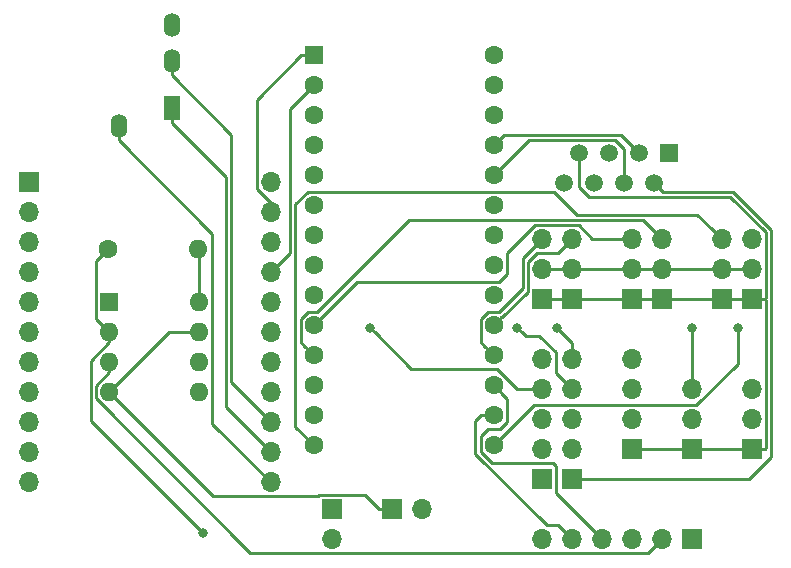
<source format=gbr>
G04 #@! TF.GenerationSoftware,KiCad,Pcbnew,(5.1.2)-2*
G04 #@! TF.CreationDate,2020-01-12T12:19:39-06:00*
G04 #@! TF.ProjectId,ControlBoardT4,436f6e74-726f-46c4-926f-61726454342e,rev?*
G04 #@! TF.SameCoordinates,Original*
G04 #@! TF.FileFunction,Copper,L2,Bot*
G04 #@! TF.FilePolarity,Positive*
%FSLAX46Y46*%
G04 Gerber Fmt 4.6, Leading zero omitted, Abs format (unit mm)*
G04 Created by KiCad (PCBNEW (5.1.2)-2) date 2020-01-12 12:19:39*
%MOMM*%
%LPD*%
G04 APERTURE LIST*
%ADD10O,1.400000X2.000000*%
%ADD11R,1.400000X2.000000*%
%ADD12O,1.700000X1.700000*%
%ADD13R,1.700000X1.700000*%
%ADD14C,1.600000*%
%ADD15R,1.600000X1.600000*%
%ADD16R,1.500000X1.500000*%
%ADD17C,1.500000*%
%ADD18O,1.600000X1.600000*%
%ADD19C,0.800000*%
%ADD20C,0.250000*%
G04 APERTURE END LIST*
D10*
X118808500Y-81573500D03*
D11*
X123308500Y-80073500D03*
D10*
X123308500Y-76073500D03*
X123308500Y-73073500D03*
D12*
X131688500Y-111760000D03*
X111188500Y-111760000D03*
X131688500Y-109220000D03*
X111188500Y-109220000D03*
X131688500Y-106680000D03*
X111188500Y-106680000D03*
X131688500Y-104140000D03*
X111188500Y-104140000D03*
X131688500Y-101600000D03*
X111188500Y-101600000D03*
X131688500Y-99060000D03*
X111188500Y-99060000D03*
X131688500Y-96520000D03*
X111188500Y-96520000D03*
X131688500Y-93980000D03*
X111188500Y-93980000D03*
X131688500Y-91440000D03*
X111188500Y-91440000D03*
X131688500Y-88900000D03*
X111188500Y-88900000D03*
X131688500Y-86360000D03*
D13*
X111188500Y-86360000D03*
D12*
X172402500Y-103886000D03*
X172402500Y-106426000D03*
D13*
X172402500Y-108966000D03*
D14*
X135318500Y-108648500D03*
X135318500Y-106108500D03*
X135318500Y-103568500D03*
X135318500Y-101028500D03*
X135318500Y-98488500D03*
X135318500Y-95948500D03*
X135318500Y-93408500D03*
X135318500Y-90868500D03*
X135318500Y-88328500D03*
X135318500Y-85788500D03*
X135318500Y-83248500D03*
X135318500Y-80708500D03*
X135318500Y-78168500D03*
D15*
X135318500Y-75628500D03*
D14*
X150558500Y-108648500D03*
X150558500Y-106108500D03*
X150558500Y-103568500D03*
X150558500Y-101028500D03*
X150558500Y-98488500D03*
X150558500Y-95948500D03*
X150558500Y-93408500D03*
X150558500Y-90868500D03*
X150558500Y-88328500D03*
X150558500Y-85788500D03*
X150558500Y-83248500D03*
X150558500Y-80708500D03*
X150558500Y-78168500D03*
X150558500Y-75628500D03*
D13*
X167322500Y-116586000D03*
D12*
X164782500Y-116586000D03*
X162242500Y-116586000D03*
X159702500Y-116586000D03*
X157162500Y-116586000D03*
X154622500Y-116586000D03*
D13*
X141922500Y-114046000D03*
D12*
X144462500Y-114046000D03*
X162242500Y-91186000D03*
X164782500Y-91186000D03*
X162242500Y-93726000D03*
X164782500Y-93726000D03*
D13*
X164782500Y-96266000D03*
X162242500Y-96266000D03*
X157162500Y-96266000D03*
D12*
X157162500Y-93726000D03*
X154622500Y-93726000D03*
X157162500Y-91186000D03*
X154622500Y-91186000D03*
D13*
X154622500Y-96266000D03*
X157162500Y-111506000D03*
D12*
X157162500Y-108966000D03*
X154622500Y-108966000D03*
X157162500Y-106426000D03*
X154622500Y-106426000D03*
X157162500Y-103886000D03*
X154622500Y-103886000D03*
X157162500Y-101346000D03*
X154622500Y-101346000D03*
D13*
X154622500Y-111506000D03*
X172402500Y-96266000D03*
D12*
X172402500Y-93726000D03*
X169862500Y-93726000D03*
X172402500Y-91186000D03*
X169862500Y-91186000D03*
D13*
X169862500Y-96266000D03*
X162242500Y-108966000D03*
D12*
X162242500Y-106426000D03*
X162242500Y-103886000D03*
X162242500Y-101346000D03*
D13*
X167322500Y-108966000D03*
D12*
X167322500Y-106426000D03*
X167322500Y-103886000D03*
D16*
X165354000Y-83883500D03*
D17*
X164084000Y-86423500D03*
X162814000Y-83883500D03*
X161544000Y-86423500D03*
X160274000Y-83883500D03*
X159004000Y-86423500D03*
X157734000Y-83883500D03*
X156464000Y-86423500D03*
D13*
X136842500Y-114046000D03*
D12*
X136842500Y-116586000D03*
D15*
X117983000Y-96520000D03*
D18*
X125603000Y-104140000D03*
X117983000Y-99060000D03*
X125603000Y-101600000D03*
X117983000Y-101600000D03*
X125603000Y-99060000D03*
X117983000Y-104140000D03*
X125603000Y-96520000D03*
D14*
X117919500Y-92011500D03*
D18*
X125539500Y-92011500D03*
D19*
X167322500Y-98679000D03*
X171196000Y-98679000D03*
X152527000Y-98679000D03*
X140081000Y-98679000D03*
X155892500Y-98679000D03*
X125920500Y-116078000D03*
D20*
X167322500Y-102683919D02*
X167322500Y-98679000D01*
X167322500Y-103886000D02*
X167322500Y-102683919D01*
X149758501Y-100228501D02*
X150558500Y-101028500D01*
X150018499Y-97363499D02*
X149433499Y-97948499D01*
X150985001Y-97363499D02*
X150018499Y-97363499D01*
X152997490Y-95351010D02*
X150985001Y-97363499D01*
X149433499Y-99903499D02*
X149758501Y-100228501D01*
X152997490Y-92811010D02*
X152997490Y-95351010D01*
X149433499Y-97948499D02*
X149433499Y-99903499D01*
X154622500Y-91186000D02*
X152997490Y-92811010D01*
X136118499Y-97688501D02*
X135318500Y-98488500D01*
X138983501Y-94823499D02*
X136118499Y-97688501D01*
X150985001Y-94823499D02*
X138983501Y-94823499D01*
X151683501Y-94124999D02*
X150985001Y-94823499D01*
X151683501Y-92385997D02*
X151683501Y-94124999D01*
X154058499Y-90010999D02*
X151683501Y-92385997D01*
X157726501Y-90010999D02*
X154058499Y-90010999D01*
X158901502Y-91186000D02*
X157726501Y-90010999D01*
X162242500Y-91186000D02*
X158901502Y-91186000D01*
X169012501Y-90336001D02*
X169862500Y-91186000D01*
X157560478Y-89110980D02*
X167787480Y-89110980D01*
X167787480Y-89110980D02*
X169012501Y-90336001D01*
X155652997Y-87203499D02*
X157560478Y-89110980D01*
X134778499Y-87203499D02*
X155652997Y-87203499D01*
X133743489Y-88238509D02*
X134778499Y-87203499D01*
X133743489Y-107073489D02*
X133743489Y-88238509D01*
X135318500Y-108648500D02*
X133743489Y-107073489D01*
X156312501Y-92035999D02*
X157162500Y-91186000D01*
X155987499Y-92361001D02*
X156312501Y-92035999D01*
X154248497Y-92361001D02*
X155987499Y-92361001D01*
X153447499Y-93161999D02*
X154248497Y-92361001D01*
X153447499Y-95650911D02*
X153447499Y-93161999D01*
X151284902Y-97813508D02*
X153447499Y-95650911D01*
X150558500Y-98425000D02*
X151169991Y-97813509D01*
X151169991Y-97813509D02*
X151284902Y-97813508D01*
X150558500Y-98488500D02*
X150558500Y-98425000D01*
X134518501Y-100228501D02*
X135318500Y-101028500D01*
X134193499Y-99903499D02*
X134518501Y-100228501D01*
X134193499Y-97948499D02*
X134193499Y-99903499D01*
X134778499Y-97363499D02*
X134193499Y-97948499D01*
X135568503Y-97363499D02*
X134778499Y-97363499D01*
X143371012Y-89560990D02*
X135568503Y-97363499D01*
X163157490Y-89560990D02*
X143371012Y-89560990D01*
X164782500Y-91186000D02*
X163157490Y-89560990D01*
X153956001Y-105250999D02*
X150558500Y-108648500D01*
X167696503Y-105250999D02*
X153956001Y-105250999D01*
X171196000Y-98679000D02*
X171196000Y-101751502D01*
X171196000Y-101751502D02*
X167696503Y-105250999D01*
X152926999Y-99078999D02*
X152527000Y-98679000D01*
X153252001Y-99404001D02*
X152926999Y-99078999D01*
X154419503Y-99404001D02*
X153252001Y-99404001D01*
X155797501Y-100781999D02*
X154419503Y-99404001D01*
X155797501Y-102521001D02*
X155797501Y-100781999D01*
X157162500Y-103886000D02*
X155797501Y-102521001D01*
X140480999Y-99078999D02*
X140081000Y-98679000D01*
X143555501Y-102153501D02*
X140480999Y-99078999D01*
X150808503Y-102153501D02*
X143555501Y-102153501D01*
X152541002Y-103886000D02*
X150808503Y-102153501D01*
X154622500Y-103886000D02*
X152541002Y-103886000D01*
X157162500Y-101282500D02*
X157162500Y-101346000D01*
X157162500Y-99949000D02*
X155892500Y-98679000D01*
X157162500Y-101346000D02*
X157162500Y-99949000D01*
X151358499Y-104368499D02*
X150558500Y-103568500D01*
X151683501Y-104693501D02*
X151358499Y-104368499D01*
X151683501Y-106648501D02*
X151683501Y-104693501D01*
X149433499Y-107818501D02*
X150018499Y-107233501D01*
X149433499Y-109188501D02*
X149433499Y-107818501D01*
X150385999Y-110141001D02*
X149433499Y-109188501D01*
X155542503Y-110141001D02*
X150385999Y-110141001D01*
X155797501Y-110395999D02*
X155542503Y-110141001D01*
X155797501Y-112681001D02*
X155797501Y-110395999D01*
X151098501Y-107233501D02*
X151683501Y-106648501D01*
X150018499Y-107233501D02*
X151098501Y-107233501D01*
X159702500Y-116586000D02*
X155797501Y-112681001D01*
X156312501Y-115736001D02*
X157162500Y-116586000D01*
X155987499Y-115410999D02*
X156312501Y-115736001D01*
X155019587Y-115410999D02*
X155987499Y-115410999D01*
X148983490Y-109374902D02*
X155019587Y-115410999D01*
X148983489Y-106552141D02*
X148983490Y-109374902D01*
X149427130Y-106108500D02*
X148983489Y-106552141D01*
X150558500Y-106108500D02*
X149427130Y-106108500D01*
X172147502Y-111506000D02*
X158262500Y-111506000D01*
X174027511Y-109625991D02*
X172147502Y-111506000D01*
X158262500Y-111506000D02*
X157162500Y-111506000D01*
X174027511Y-90435599D02*
X174027511Y-109625991D01*
X170771903Y-87179991D02*
X174027511Y-90435599D01*
X164840490Y-87179990D02*
X170771903Y-87179991D01*
X164084000Y-86423500D02*
X164840490Y-87179990D01*
X123063000Y-99060000D02*
X117983000Y-104140000D01*
X125603000Y-99060000D02*
X123063000Y-99060000D01*
X140822500Y-114046000D02*
X141922500Y-114046000D01*
X139647499Y-112870999D02*
X140822500Y-114046000D01*
X135732499Y-112870999D02*
X139647499Y-112870999D01*
X135668497Y-112935001D02*
X135732499Y-112870999D01*
X126778001Y-112935001D02*
X135668497Y-112935001D01*
X117983000Y-104140000D02*
X126778001Y-112935001D01*
X125603000Y-92075000D02*
X125539500Y-92011500D01*
X125603000Y-96520000D02*
X125603000Y-92075000D01*
X171200419Y-93726000D02*
X154622500Y-93726000D01*
X172402500Y-93726000D02*
X171200419Y-93726000D01*
X134268500Y-75628500D02*
X135318500Y-75628500D01*
X130513499Y-79383501D02*
X134268500Y-75628500D01*
X130513499Y-86924001D02*
X130513499Y-79383501D01*
X131688500Y-88099002D02*
X130513499Y-86924001D01*
X131688500Y-88900000D02*
X131688500Y-88099002D01*
X157734000Y-86744502D02*
X158619498Y-87630000D01*
X157734000Y-83883500D02*
X157734000Y-86744502D01*
X173577501Y-96190999D02*
X173502500Y-96266000D01*
X173577501Y-90621999D02*
X173577501Y-96190999D01*
X170585502Y-87630000D02*
X173577501Y-90621999D01*
X158619498Y-87630000D02*
X170585502Y-87630000D01*
X172402500Y-96266000D02*
X154622500Y-96266000D01*
X173502500Y-108966000D02*
X172402500Y-108966000D01*
X173577501Y-108890999D02*
X173502500Y-108966000D01*
X173577501Y-96341001D02*
X173577501Y-108890999D01*
X173502500Y-96266000D02*
X173577501Y-96341001D01*
X172402500Y-96266000D02*
X173502500Y-96266000D01*
X172402500Y-108966000D02*
X162242500Y-108966000D01*
X162064001Y-83133501D02*
X162814000Y-83883500D01*
X161288989Y-82358489D02*
X162064001Y-83133501D01*
X151448511Y-82358489D02*
X161288989Y-82358489D01*
X150558500Y-83248500D02*
X151448511Y-82358489D01*
X151358499Y-84988501D02*
X150558500Y-85788500D01*
X153538501Y-82808499D02*
X151358499Y-84988501D01*
X160790001Y-82808499D02*
X153538501Y-82808499D01*
X161544000Y-83562498D02*
X160790001Y-82808499D01*
X161544000Y-86423500D02*
X161544000Y-83562498D01*
X134518501Y-78968499D02*
X135318500Y-78168500D01*
X133293479Y-80193521D02*
X134518501Y-78968499D01*
X133293479Y-92375021D02*
X133293479Y-80193521D01*
X131688500Y-93980000D02*
X133293479Y-92375021D01*
X163932501Y-117435999D02*
X164782500Y-116586000D01*
X163607499Y-117761001D02*
X163932501Y-117435999D01*
X129938999Y-117761001D02*
X163607499Y-117761001D01*
X116857999Y-104680001D02*
X129938999Y-117761001D01*
X116857999Y-103599999D02*
X116857999Y-104680001D01*
X117983000Y-102474998D02*
X116857999Y-103599999D01*
X117983000Y-101600000D02*
X117983000Y-102474998D01*
X117183001Y-98260001D02*
X117983000Y-99060000D01*
X116857999Y-97934999D02*
X117183001Y-98260001D01*
X116857999Y-93073001D02*
X116857999Y-97934999D01*
X117919500Y-92011500D02*
X116857999Y-93073001D01*
X116407989Y-101510009D02*
X116407989Y-106565489D01*
X117983000Y-99060000D02*
X117983000Y-99934998D01*
X117983000Y-99934998D02*
X116407989Y-101510009D01*
X116407989Y-106565489D02*
X125920500Y-116078000D01*
X125920500Y-116078000D02*
X125920500Y-116078000D01*
X118808500Y-82823500D02*
X118808500Y-81573500D01*
X126728001Y-90743001D02*
X118808500Y-82823500D01*
X126728001Y-106799501D02*
X126728001Y-90743001D01*
X131688500Y-111760000D02*
X126728001Y-106799501D01*
X130838501Y-108370001D02*
X131688500Y-109220000D01*
X127883490Y-105414990D02*
X130838501Y-108370001D01*
X127883490Y-85898490D02*
X127883490Y-105414990D01*
X123308500Y-81323500D02*
X127883490Y-85898490D01*
X123308500Y-80073500D02*
X123308500Y-81323500D01*
X123308500Y-77323500D02*
X123308500Y-76073500D01*
X128333500Y-82348500D02*
X123308500Y-77323500D01*
X128333500Y-103325000D02*
X128333500Y-82348500D01*
X131688500Y-106680000D02*
X128333500Y-103325000D01*
M02*

</source>
